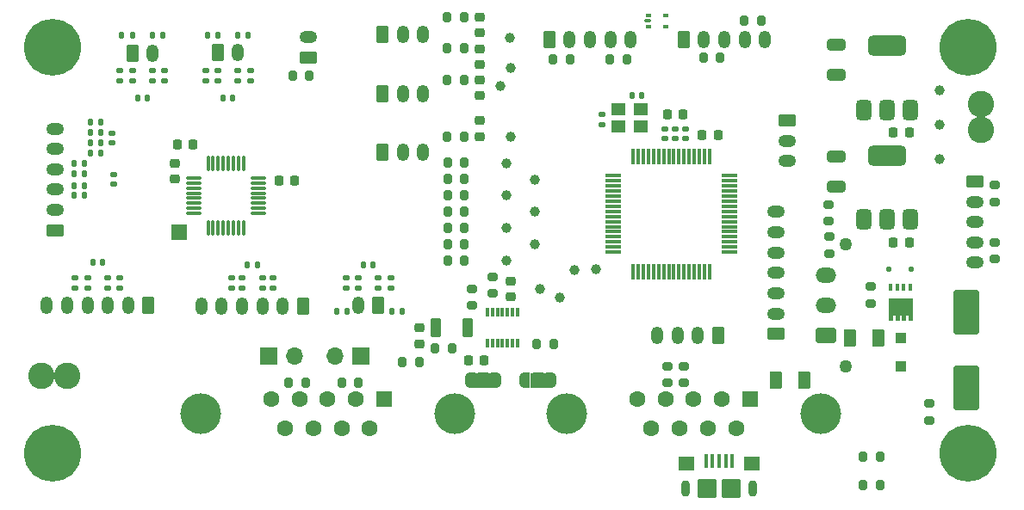
<source format=gbr>
%TF.GenerationSoftware,KiCad,Pcbnew,9.0.0*%
%TF.CreationDate,2025-05-15T12:14:54+12:00*%
%TF.ProjectId,ADC_Board,4144435f-426f-4617-9264-2e6b69636164,A*%
%TF.SameCoordinates,Original*%
%TF.FileFunction,Soldermask,Top*%
%TF.FilePolarity,Negative*%
%FSLAX46Y46*%
G04 Gerber Fmt 4.6, Leading zero omitted, Abs format (unit mm)*
G04 Created by KiCad (PCBNEW 9.0.0) date 2025-05-15 12:14:54*
%MOMM*%
%LPD*%
G01*
G04 APERTURE LIST*
G04 Aperture macros list*
%AMRoundRect*
0 Rectangle with rounded corners*
0 $1 Rounding radius*
0 $2 $3 $4 $5 $6 $7 $8 $9 X,Y pos of 4 corners*
0 Add a 4 corners polygon primitive as box body*
4,1,4,$2,$3,$4,$5,$6,$7,$8,$9,$2,$3,0*
0 Add four circle primitives for the rounded corners*
1,1,$1+$1,$2,$3*
1,1,$1+$1,$4,$5*
1,1,$1+$1,$6,$7*
1,1,$1+$1,$8,$9*
0 Add four rect primitives between the rounded corners*
20,1,$1+$1,$2,$3,$4,$5,0*
20,1,$1+$1,$4,$5,$6,$7,0*
20,1,$1+$1,$6,$7,$8,$9,0*
20,1,$1+$1,$8,$9,$2,$3,0*%
%AMFreePoly0*
4,1,23,0.550000,-0.750000,0.000000,-0.750000,0.000000,-0.745722,-0.065263,-0.745722,-0.191342,-0.711940,-0.304381,-0.646677,-0.396677,-0.554381,-0.461940,-0.441342,-0.495722,-0.315263,-0.495722,-0.250000,-0.500000,-0.250000,-0.500000,0.250000,-0.495722,0.250000,-0.495722,0.315263,-0.461940,0.441342,-0.396677,0.554381,-0.304381,0.646677,-0.191342,0.711940,-0.065263,0.745722,0.000000,0.745722,
0.000000,0.750000,0.550000,0.750000,0.550000,-0.750000,0.550000,-0.750000,$1*%
%AMFreePoly1*
4,1,23,0.000000,0.745722,0.065263,0.745722,0.191342,0.711940,0.304381,0.646677,0.396677,0.554381,0.461940,0.441342,0.495722,0.315263,0.495722,0.250000,0.500000,0.250000,0.500000,-0.250000,0.495722,-0.250000,0.495722,-0.315263,0.461940,-0.441342,0.396677,-0.554381,0.304381,-0.646677,0.191342,-0.711940,0.065263,-0.745722,0.000000,-0.745722,0.000000,-0.750000,-0.550000,-0.750000,
-0.550000,0.750000,0.000000,0.750000,0.000000,0.745722,0.000000,0.745722,$1*%
%AMFreePoly2*
4,1,17,1.395000,0.765000,0.855000,0.765000,0.855000,0.535000,1.395000,0.535000,1.395000,0.115000,0.855000,0.115000,0.855000,-0.115000,1.395000,-0.115000,1.395000,-0.535000,0.855000,-0.535000,0.855000,-0.765000,1.395000,-0.765000,1.395000,-1.185000,-0.855000,-1.185000,-0.855000,1.185000,1.395000,1.185000,1.395000,0.765000,1.395000,0.765000,$1*%
G04 Aperture macros list end*
%ADD10RoundRect,0.140000X0.170000X-0.140000X0.170000X0.140000X-0.170000X0.140000X-0.170000X-0.140000X0*%
%ADD11RoundRect,0.250000X0.275000X0.700000X-0.275000X0.700000X-0.275000X-0.700000X0.275000X-0.700000X0*%
%ADD12RoundRect,0.225000X-0.250000X0.225000X-0.250000X-0.225000X0.250000X-0.225000X0.250000X0.225000X0*%
%ADD13RoundRect,0.250000X-0.625000X0.350000X-0.625000X-0.350000X0.625000X-0.350000X0.625000X0.350000X0*%
%ADD14O,1.750000X1.200000*%
%ADD15C,1.000000*%
%ADD16RoundRect,0.140000X-0.170000X0.140000X-0.170000X-0.140000X0.170000X-0.140000X0.170000X0.140000X0*%
%ADD17C,3.600000*%
%ADD18C,5.600000*%
%ADD19RoundRect,0.135000X-0.185000X0.135000X-0.185000X-0.135000X0.185000X-0.135000X0.185000X0.135000X0*%
%ADD20RoundRect,0.135000X0.135000X0.185000X-0.135000X0.185000X-0.135000X-0.185000X0.135000X-0.185000X0*%
%ADD21RoundRect,0.135000X-0.135000X-0.185000X0.135000X-0.185000X0.135000X0.185000X-0.135000X0.185000X0*%
%ADD22R,1.700000X1.700000*%
%ADD23O,1.700000X1.700000*%
%ADD24RoundRect,0.200000X-0.200000X-0.275000X0.200000X-0.275000X0.200000X0.275000X-0.200000X0.275000X0*%
%ADD25RoundRect,0.200000X-0.275000X0.200000X-0.275000X-0.200000X0.275000X-0.200000X0.275000X0.200000X0*%
%ADD26RoundRect,0.140000X0.140000X0.170000X-0.140000X0.170000X-0.140000X-0.170000X0.140000X-0.170000X0*%
%ADD27RoundRect,0.200000X0.275000X-0.200000X0.275000X0.200000X-0.275000X0.200000X-0.275000X-0.200000X0*%
%ADD28FreePoly0,0.000000*%
%ADD29R,1.000000X1.500000*%
%ADD30FreePoly1,0.000000*%
%ADD31RoundRect,0.200000X0.200000X0.275000X-0.200000X0.275000X-0.200000X-0.275000X0.200000X-0.275000X0*%
%ADD32C,2.600000*%
%ADD33RoundRect,0.125000X0.125000X0.125000X-0.125000X0.125000X-0.125000X-0.125000X0.125000X-0.125000X0*%
%ADD34RoundRect,0.225000X-0.225000X-0.250000X0.225000X-0.250000X0.225000X0.250000X-0.225000X0.250000X0*%
%ADD35RoundRect,0.135000X0.185000X-0.135000X0.185000X0.135000X-0.185000X0.135000X-0.185000X-0.135000X0*%
%ADD36RoundRect,0.250000X0.625000X-0.350000X0.625000X0.350000X-0.625000X0.350000X-0.625000X-0.350000X0*%
%ADD37RoundRect,0.225000X0.250000X-0.225000X0.250000X0.225000X-0.250000X0.225000X-0.250000X-0.225000X0*%
%ADD38RoundRect,0.225000X0.225000X0.250000X-0.225000X0.250000X-0.225000X-0.250000X0.225000X-0.250000X0*%
%ADD39R,1.500000X1.500000*%
%ADD40RoundRect,0.095000X-0.155000X-0.095000X0.155000X-0.095000X0.155000X0.095000X-0.155000X0.095000X0*%
%ADD41RoundRect,0.075000X-0.250000X-0.075000X0.250000X-0.075000X0.250000X0.075000X-0.250000X0.075000X0*%
%ADD42FreePoly0,180.000000*%
%ADD43FreePoly1,180.000000*%
%ADD44R,0.304800X0.972299*%
%ADD45RoundRect,0.140000X-0.140000X-0.170000X0.140000X-0.170000X0.140000X0.170000X-0.140000X0.170000X0*%
%ADD46RoundRect,0.250000X-0.650000X0.325000X-0.650000X-0.325000X0.650000X-0.325000X0.650000X0.325000X0*%
%ADD47RoundRect,0.375000X0.375000X-0.625000X0.375000X0.625000X-0.375000X0.625000X-0.375000X-0.625000X0*%
%ADD48RoundRect,0.500000X1.400000X-0.500000X1.400000X0.500000X-1.400000X0.500000X-1.400000X-0.500000X0*%
%ADD49RoundRect,0.075000X0.075000X-0.675000X0.075000X0.675000X-0.075000X0.675000X-0.075000X-0.675000X0*%
%ADD50RoundRect,0.075000X0.675000X-0.075000X0.675000X0.075000X-0.675000X0.075000X-0.675000X-0.075000X0*%
%ADD51RoundRect,0.250000X0.350000X0.625000X-0.350000X0.625000X-0.350000X-0.625000X0.350000X-0.625000X0*%
%ADD52O,1.200000X1.750000*%
%ADD53RoundRect,0.250000X-1.000000X1.950000X-1.000000X-1.950000X1.000000X-1.950000X1.000000X1.950000X0*%
%ADD54RoundRect,0.250000X0.375000X0.625000X-0.375000X0.625000X-0.375000X-0.625000X0.375000X-0.625000X0*%
%ADD55RoundRect,0.075000X-0.075000X0.700000X-0.075000X-0.700000X0.075000X-0.700000X0.075000X0.700000X0*%
%ADD56RoundRect,0.075000X-0.700000X0.075000X-0.700000X-0.075000X0.700000X-0.075000X0.700000X0.075000X0*%
%ADD57RoundRect,0.105000X-0.105000X0.245000X-0.105000X-0.245000X0.105000X-0.245000X0.105000X0.245000X0*%
%ADD58FreePoly2,270.000000*%
%ADD59RoundRect,0.250000X-0.375000X-0.625000X0.375000X-0.625000X0.375000X0.625000X-0.375000X0.625000X0*%
%ADD60R,1.400000X1.200000*%
%ADD61RoundRect,0.250000X0.300000X-0.300000X0.300000X0.300000X-0.300000X0.300000X-0.300000X-0.300000X0*%
%ADD62RoundRect,0.100000X-0.100000X-0.575000X0.100000X-0.575000X0.100000X0.575000X-0.100000X0.575000X0*%
%ADD63O,0.900000X1.600000*%
%ADD64RoundRect,0.250000X-0.550000X-0.450000X0.550000X-0.450000X0.550000X0.450000X-0.550000X0.450000X0*%
%ADD65RoundRect,0.250000X-0.700000X-0.700000X0.700000X-0.700000X0.700000X0.700000X-0.700000X0.700000X0*%
%ADD66RoundRect,0.250000X-0.350000X-0.625000X0.350000X-0.625000X0.350000X0.625000X-0.350000X0.625000X0*%
%ADD67C,1.270000*%
%ADD68RoundRect,0.250001X0.759999X-0.499999X0.759999X0.499999X-0.759999X0.499999X-0.759999X-0.499999X0*%
%ADD69O,2.020000X1.500000*%
%ADD70C,4.000000*%
%ADD71R,1.600000X1.600000*%
%ADD72C,1.600000*%
G04 APERTURE END LIST*
%TO.C,JP2*%
G36*
X136550000Y-107050000D02*
G01*
X138050000Y-107050000D01*
X138050000Y-108550000D01*
X136550000Y-108550000D01*
X136550000Y-107050000D01*
G37*
%TO.C,JP1*%
G36*
X143450000Y-108550000D02*
G01*
X141950000Y-108550000D01*
X141950000Y-107050000D01*
X143450000Y-107050000D01*
X143450000Y-108550000D01*
G37*
%TD*%
D10*
%TO.C,C1*%
X155200000Y-84000000D03*
X155200000Y-83040000D03*
%TD*%
D11*
%TO.C,FB1*%
X135775000Y-102600000D03*
X132625000Y-102600000D03*
%TD*%
D12*
%TO.C,C43*%
X137000000Y-72025000D03*
X137000000Y-73575000D03*
%TD*%
D13*
%TO.C,J2*%
X167150000Y-82200000D03*
D14*
X167150000Y-84200000D03*
X167150000Y-86200000D03*
%TD*%
D15*
%TO.C,TP10*%
X139600000Y-89600000D03*
%TD*%
D12*
%TO.C,C32*%
X137000000Y-78225000D03*
X137000000Y-79775000D03*
%TD*%
D16*
%TO.C,C33*%
X128200000Y-97720000D03*
X128200000Y-98680000D03*
%TD*%
D10*
%TO.C,C37*%
X101600000Y-78280000D03*
X101600000Y-77320000D03*
%TD*%
D17*
%TO.C,H4*%
X185000000Y-115000000D03*
D18*
X185000000Y-115000000D03*
%TD*%
D10*
%TO.C,C35*%
X123800000Y-98680000D03*
X123800000Y-97720000D03*
%TD*%
D19*
%TO.C,R38*%
X125000000Y-97690000D03*
X125000000Y-98710000D03*
%TD*%
D20*
%TO.C,R39*%
X123910000Y-101000000D03*
X122890000Y-101000000D03*
%TD*%
D10*
%TO.C,C31*%
X97200000Y-98680000D03*
X97200000Y-97720000D03*
%TD*%
D21*
%TO.C,R41*%
X101780000Y-73800000D03*
X102800000Y-73800000D03*
%TD*%
D22*
%TO.C,J8*%
X125275000Y-105400000D03*
D23*
X122735000Y-105400000D03*
%TD*%
D24*
%TO.C,R35*%
X133775000Y-78200000D03*
X135425000Y-78200000D03*
%TD*%
D12*
%TO.C,C28*%
X137000000Y-75150000D03*
X137000000Y-76700000D03*
%TD*%
D16*
%TO.C,C25*%
X116600000Y-97720000D03*
X116600000Y-98680000D03*
%TD*%
D25*
%TO.C,R13*%
X181200000Y-110075000D03*
X181200000Y-111725000D03*
%TD*%
D26*
%TO.C,C30*%
X99880000Y-96200000D03*
X98920000Y-96200000D03*
%TD*%
%TO.C,C6*%
X152880000Y-79700000D03*
X151920000Y-79700000D03*
%TD*%
D27*
%TO.C,R12*%
X171300000Y-95312500D03*
X171300000Y-93662500D03*
%TD*%
D15*
%TO.C,TP16*%
X182200000Y-86000000D03*
%TD*%
D24*
%TO.C,R29*%
X133775000Y-75100000D03*
X135425000Y-75100000D03*
%TD*%
D12*
%TO.C,C15*%
X131000000Y-102625000D03*
X131000000Y-104175000D03*
%TD*%
D24*
%TO.C,R40*%
X133775000Y-83800000D03*
X135425000Y-83800000D03*
%TD*%
D15*
%TO.C,TP2*%
X142400000Y-94400000D03*
%TD*%
%TO.C,TP18*%
X182200000Y-79200000D03*
%TD*%
D28*
%TO.C,JP2*%
X136000000Y-107800000D03*
D29*
X137300000Y-107800000D03*
D30*
X138600000Y-107800000D03*
%TD*%
D20*
%TO.C,R19*%
X99710000Y-84400000D03*
X98690000Y-84400000D03*
%TD*%
D31*
%TO.C,R32*%
X135454319Y-86380518D03*
X133804319Y-86380518D03*
%TD*%
D27*
%TO.C,R17*%
X171275000Y-92112500D03*
X171275000Y-90462500D03*
%TD*%
D19*
%TO.C,R34*%
X98400000Y-97690000D03*
X98400000Y-98710000D03*
%TD*%
D10*
%TO.C,C2*%
X156200000Y-84000000D03*
X156200000Y-83040000D03*
%TD*%
D31*
%TO.C,R26*%
X135454319Y-89580518D03*
X133804319Y-89580518D03*
%TD*%
D20*
%TO.C,R21*%
X98110000Y-88600000D03*
X97090000Y-88600000D03*
%TD*%
D32*
%TO.C,TP19*%
X93830000Y-107300000D03*
X96370000Y-107300000D03*
%TD*%
D22*
%TO.C,J9*%
X116200000Y-105400000D03*
D23*
X118740000Y-105400000D03*
%TD*%
D31*
%TO.C,R52*%
X164625000Y-72400000D03*
X162975000Y-72400000D03*
%TD*%
D33*
%TO.C,D3*%
X179400000Y-96800000D03*
X177200000Y-96800000D03*
%TD*%
D15*
%TO.C,TP8*%
X139600000Y-86400000D03*
%TD*%
D26*
%TO.C,C18*%
X99680000Y-85400000D03*
X98720000Y-85400000D03*
%TD*%
D10*
%TO.C,C20*%
X100800000Y-84380000D03*
X100800000Y-83420000D03*
%TD*%
D16*
%TO.C,C42*%
X114400000Y-77300000D03*
X114400000Y-78260000D03*
%TD*%
D20*
%TO.C,R23*%
X98110000Y-87400000D03*
X97090000Y-87400000D03*
%TD*%
D34*
%TO.C,C4*%
X158825000Y-83600000D03*
X160375000Y-83600000D03*
%TD*%
D31*
%TO.C,R22*%
X135454319Y-95980518D03*
X133804319Y-95980518D03*
%TD*%
%TO.C,R33*%
X135454319Y-92780518D03*
X133804319Y-92780518D03*
%TD*%
D15*
%TO.C,TP1*%
X139600000Y-92800000D03*
%TD*%
D35*
%TO.C,R42*%
X102800000Y-78310000D03*
X102800000Y-77290000D03*
%TD*%
D32*
%TO.C,TP20*%
X186200000Y-83140000D03*
X186200000Y-80600000D03*
%TD*%
D15*
%TO.C,TP17*%
X182200000Y-82600000D03*
%TD*%
D25*
%TO.C,R5*%
X157000000Y-106375000D03*
X157000000Y-108025000D03*
%TD*%
D15*
%TO.C,TP15*%
X148400000Y-96800000D03*
%TD*%
%TO.C,TP5*%
X140000000Y-77000000D03*
%TD*%
D25*
%TO.C,R10*%
X136200000Y-98775000D03*
X136200000Y-100425000D03*
%TD*%
D19*
%TO.C,R37*%
X127000000Y-97690000D03*
X127000000Y-98710000D03*
%TD*%
D15*
%TO.C,TP4*%
X139900000Y-74100000D03*
%TD*%
D34*
%TO.C,C3*%
X155425000Y-81600000D03*
X156975000Y-81600000D03*
%TD*%
D36*
%TO.C,J3*%
X166050000Y-103200000D03*
D14*
X166050000Y-101200000D03*
X166050000Y-99200000D03*
X166050000Y-97200000D03*
X166050000Y-95200000D03*
X166050000Y-93200000D03*
X166050000Y-91200000D03*
%TD*%
D16*
%TO.C,C39*%
X106000000Y-77320000D03*
X106000000Y-78280000D03*
%TD*%
D15*
%TO.C,TP11*%
X142400000Y-91200000D03*
%TD*%
D10*
%TO.C,C7*%
X149000000Y-82580000D03*
X149000000Y-81620000D03*
%TD*%
D37*
%TO.C,C9*%
X140000000Y-99575000D03*
X140000000Y-98025000D03*
%TD*%
D38*
%TO.C,C13*%
X179175000Y-94200000D03*
X177625000Y-94200000D03*
%TD*%
D39*
%TO.C,TP29*%
X107400000Y-93200000D03*
%TD*%
D31*
%TO.C,R11*%
X134225000Y-104600000D03*
X132575000Y-104600000D03*
%TD*%
D40*
%TO.C,D2*%
X153550000Y-71860000D03*
D41*
X153470000Y-72400000D03*
D40*
X153550000Y-72940000D03*
X155250000Y-72940000D03*
X155250000Y-71860000D03*
%TD*%
D17*
%TO.C,H3*%
X95000000Y-115000000D03*
D18*
X95000000Y-115000000D03*
%TD*%
D10*
%TO.C,C5*%
X157200000Y-84000000D03*
X157200000Y-83040000D03*
%TD*%
D20*
%TO.C,R36*%
X129310000Y-101000000D03*
X128290000Y-101000000D03*
%TD*%
D42*
%TO.C,JP1*%
X144000000Y-107800000D03*
D29*
X142700000Y-107800000D03*
D43*
X141400000Y-107800000D03*
%TD*%
D38*
%TO.C,C11*%
X179175000Y-83400000D03*
X177625000Y-83400000D03*
%TD*%
D21*
%TO.C,R44*%
X104800000Y-73800000D03*
X105820000Y-73800000D03*
%TD*%
D44*
%TO.C,U2*%
X140700378Y-101059749D03*
X140200252Y-101059749D03*
X139700126Y-101059749D03*
X139200000Y-101059749D03*
X138699874Y-101059749D03*
X138199748Y-101059749D03*
X137699622Y-101059749D03*
X137699622Y-104140251D03*
X138199748Y-104140251D03*
X138699874Y-104140251D03*
X139200000Y-104140251D03*
X139700126Y-104140251D03*
X140200252Y-104140251D03*
X140700378Y-104140251D03*
%TD*%
D45*
%TO.C,C24*%
X97120000Y-86400000D03*
X98080000Y-86400000D03*
%TD*%
D46*
%TO.C,C12*%
X172000000Y-85725000D03*
X172000000Y-88675000D03*
%TD*%
D26*
%TO.C,C34*%
X126480000Y-96400000D03*
X125520000Y-96400000D03*
%TD*%
D15*
%TO.C,TP14*%
X142900000Y-98800000D03*
%TD*%
D26*
%TO.C,C22*%
X98080000Y-89600000D03*
X97120000Y-89600000D03*
%TD*%
D45*
%TO.C,C21*%
X98720000Y-82400000D03*
X99680000Y-82400000D03*
%TD*%
D47*
%TO.C,U3*%
X174700000Y-81150000D03*
X177000000Y-81150000D03*
D48*
X177000000Y-74850000D03*
D47*
X179300000Y-81150000D03*
%TD*%
D25*
%TO.C,R9*%
X138200000Y-97575000D03*
X138200000Y-99225000D03*
%TD*%
D19*
%TO.C,R31*%
X100400000Y-97690000D03*
X100400000Y-98710000D03*
%TD*%
D35*
%TO.C,R43*%
X104800000Y-78310000D03*
X104800000Y-77290000D03*
%TD*%
D15*
%TO.C,TP6*%
X139000000Y-78800000D03*
%TD*%
D31*
%TO.C,R30*%
X135454319Y-91180518D03*
X133804319Y-91180518D03*
%TD*%
D15*
%TO.C,TP12*%
X146300000Y-96900000D03*
%TD*%
D49*
%TO.C,U5*%
X110250000Y-92775000D03*
X110750000Y-92775000D03*
X111250000Y-92775000D03*
X111750000Y-92775000D03*
X112250000Y-92775000D03*
X112750000Y-92775000D03*
X113250000Y-92775000D03*
X113750000Y-92775000D03*
D50*
X115175000Y-91350000D03*
X115175000Y-90850000D03*
X115175000Y-90350000D03*
X115175000Y-89850000D03*
X115175000Y-89350000D03*
X115175000Y-88850000D03*
X115175000Y-88350000D03*
X115175000Y-87850000D03*
D49*
X113750000Y-86425000D03*
X113250000Y-86425000D03*
X112750000Y-86425000D03*
X112250000Y-86425000D03*
X111750000Y-86425000D03*
X111250000Y-86425000D03*
X110750000Y-86425000D03*
X110250000Y-86425000D03*
D50*
X108825000Y-87850000D03*
X108825000Y-88350000D03*
X108825000Y-88850000D03*
X108825000Y-89350000D03*
X108825000Y-89850000D03*
X108825000Y-90350000D03*
X108825000Y-90850000D03*
X108825000Y-91350000D03*
%TD*%
D24*
%TO.C,R8*%
X118200000Y-108000000D03*
X119850000Y-108000000D03*
%TD*%
D45*
%TO.C,C41*%
X111720000Y-79980000D03*
X112680000Y-79980000D03*
%TD*%
D31*
%TO.C,R27*%
X135454319Y-87980518D03*
X133804319Y-87980518D03*
%TD*%
D24*
%TO.C,R7*%
X142575000Y-104200000D03*
X144225000Y-104200000D03*
%TD*%
D46*
%TO.C,C10*%
X172000000Y-74725000D03*
X172000000Y-77675000D03*
%TD*%
D31*
%TO.C,R55*%
X160625000Y-76000000D03*
X158975000Y-76000000D03*
%TD*%
%TO.C,R18*%
X131025000Y-106000000D03*
X129375000Y-106000000D03*
%TD*%
D19*
%TO.C,R28*%
X113600000Y-97690000D03*
X113600000Y-98710000D03*
%TD*%
D25*
%TO.C,R16*%
X175400000Y-98575000D03*
X175400000Y-100225000D03*
%TD*%
D19*
%TO.C,R25*%
X115600000Y-97690000D03*
X115600000Y-98710000D03*
%TD*%
D24*
%TO.C,R46*%
X118575000Y-77800000D03*
X120225000Y-77800000D03*
%TD*%
D51*
%TO.C,J1*%
X160400000Y-103400000D03*
D52*
X158400000Y-103400000D03*
X156400000Y-103400000D03*
X154400000Y-103400000D03*
%TD*%
D26*
%TO.C,C26*%
X115080000Y-96400000D03*
X114120000Y-96400000D03*
%TD*%
D35*
%TO.C,R47*%
X111200000Y-78290000D03*
X111200000Y-77270000D03*
%TD*%
D53*
%TO.C,C14*%
X184800000Y-101100000D03*
X184800000Y-108500000D03*
%TD*%
D54*
%TO.C,F1*%
X168900000Y-107800000D03*
X166100000Y-107800000D03*
%TD*%
D24*
%TO.C,R14*%
X174675000Y-115300000D03*
X176325000Y-115300000D03*
%TD*%
D21*
%TO.C,R45*%
X110180000Y-73780000D03*
X111200000Y-73780000D03*
%TD*%
D31*
%TO.C,R24*%
X135454319Y-94380518D03*
X133804319Y-94380518D03*
%TD*%
D10*
%TO.C,C27*%
X112600000Y-98680000D03*
X112600000Y-97720000D03*
%TD*%
D55*
%TO.C,U1*%
X159550000Y-85725000D03*
X159050000Y-85725000D03*
X158550000Y-85725000D03*
X158050000Y-85725000D03*
X157550000Y-85725000D03*
X157050000Y-85725000D03*
X156550000Y-85725000D03*
X156050000Y-85725000D03*
X155550000Y-85725000D03*
X155050000Y-85725000D03*
X154550000Y-85725000D03*
X154050000Y-85725000D03*
X153550000Y-85725000D03*
X153050000Y-85725000D03*
X152550000Y-85725000D03*
X152050000Y-85725000D03*
D56*
X150125000Y-87650000D03*
X150125000Y-88150000D03*
X150125000Y-88650000D03*
X150125000Y-89150000D03*
X150125000Y-89650000D03*
X150125000Y-90150000D03*
X150125000Y-90650000D03*
X150125000Y-91150000D03*
X150125000Y-91650000D03*
X150125000Y-92150000D03*
X150125000Y-92650000D03*
X150125000Y-93150000D03*
X150125000Y-93650000D03*
X150125000Y-94150000D03*
X150125000Y-94650000D03*
X150125000Y-95150000D03*
D55*
X152050000Y-97075000D03*
X152550000Y-97075000D03*
X153050000Y-97075000D03*
X153550000Y-97075000D03*
X154050000Y-97075000D03*
X154550000Y-97075000D03*
X155050000Y-97075000D03*
X155550000Y-97075000D03*
X156050000Y-97075000D03*
X156550000Y-97075000D03*
X157050000Y-97075000D03*
X157550000Y-97075000D03*
X158050000Y-97075000D03*
X158550000Y-97075000D03*
X159050000Y-97075000D03*
X159550000Y-97075000D03*
D56*
X161475000Y-95150000D03*
X161475000Y-94650000D03*
X161475000Y-94150000D03*
X161475000Y-93650000D03*
X161475000Y-93150000D03*
X161475000Y-92650000D03*
X161475000Y-92150000D03*
X161475000Y-91650000D03*
X161475000Y-91150000D03*
X161475000Y-90650000D03*
X161475000Y-90150000D03*
X161475000Y-89650000D03*
X161475000Y-89150000D03*
X161475000Y-88650000D03*
X161475000Y-88150000D03*
X161475000Y-87650000D03*
%TD*%
D15*
%TO.C,TP7*%
X140000000Y-83800000D03*
%TD*%
D35*
%TO.C,R49*%
X113200000Y-78290000D03*
X113200000Y-77270000D03*
%TD*%
D31*
%TO.C,R53*%
X151425000Y-76200000D03*
X149775000Y-76200000D03*
%TD*%
%TO.C,R48*%
X135425000Y-72000000D03*
X133775000Y-72000000D03*
%TD*%
D15*
%TO.C,TP13*%
X144800000Y-99600000D03*
%TD*%
D17*
%TO.C,H1*%
X95000000Y-75000000D03*
D18*
X95000000Y-75000000D03*
%TD*%
D16*
%TO.C,C29*%
X101600000Y-97720000D03*
X101600000Y-98680000D03*
%TD*%
D47*
%TO.C,U4*%
X174700000Y-91950000D03*
X177000000Y-91950000D03*
D48*
X177000000Y-85650000D03*
D47*
X179300000Y-91950000D03*
%TD*%
D20*
%TO.C,R20*%
X99710000Y-83400000D03*
X98690000Y-83400000D03*
%TD*%
D24*
%TO.C,R15*%
X174675000Y-118100000D03*
X176325000Y-118100000D03*
%TD*%
D37*
%TO.C,C36*%
X137000000Y-83775000D03*
X137000000Y-82225000D03*
%TD*%
D10*
%TO.C,C23*%
X101000000Y-88480000D03*
X101000000Y-87520000D03*
%TD*%
D38*
%TO.C,C19*%
X108775000Y-84600000D03*
X107225000Y-84600000D03*
%TD*%
D57*
%TO.C,Q1*%
X179300000Y-98600000D03*
X178650000Y-98600000D03*
X178000000Y-98600000D03*
X177350000Y-98600000D03*
D58*
X178325000Y-100555000D03*
%TD*%
D59*
%TO.C,F2*%
X173400000Y-103600000D03*
X176200000Y-103600000D03*
%TD*%
D38*
%TO.C,C8*%
X137375000Y-105800000D03*
X135825000Y-105800000D03*
%TD*%
D60*
%TO.C,Y1*%
X152800000Y-81100000D03*
X150600000Y-81100000D03*
X150600000Y-82800000D03*
X152800000Y-82800000D03*
%TD*%
D61*
%TO.C,D4*%
X178400000Y-106400000D03*
X178400000Y-103600000D03*
%TD*%
D45*
%TO.C,C38*%
X103320000Y-80000000D03*
X104280000Y-80000000D03*
%TD*%
D24*
%TO.C,R56*%
X144200000Y-76200000D03*
X145850000Y-76200000D03*
%TD*%
D31*
%TO.C,R6*%
X125025000Y-108000000D03*
X123375000Y-108000000D03*
%TD*%
D17*
%TO.C,H2*%
X185000000Y-75000000D03*
D18*
X185000000Y-75000000D03*
%TD*%
D25*
%TO.C,R4*%
X155400000Y-106375000D03*
X155400000Y-108025000D03*
%TD*%
D21*
%TO.C,R50*%
X113200000Y-73780000D03*
X114220000Y-73780000D03*
%TD*%
D27*
%TO.C,R51*%
X187600000Y-95825000D03*
X187600000Y-94175000D03*
%TD*%
D34*
%TO.C,C16*%
X117225000Y-88100000D03*
X118775000Y-88100000D03*
%TD*%
D62*
%TO.C,J4*%
X159200000Y-115725000D03*
X159850000Y-115725000D03*
X160500000Y-115725000D03*
X161150000Y-115725000D03*
X161800000Y-115725000D03*
D63*
X157200000Y-118400000D03*
D64*
X157300000Y-115950000D03*
D65*
X159300000Y-118400000D03*
X161700000Y-118400000D03*
D64*
X163700000Y-115950000D03*
D63*
X163800000Y-118400000D03*
%TD*%
D25*
%TO.C,R54*%
X187600000Y-88575000D03*
X187600000Y-90225000D03*
%TD*%
D37*
%TO.C,C17*%
X107000000Y-87975000D03*
X107000000Y-86425000D03*
%TD*%
D15*
%TO.C,TP3*%
X139600000Y-96000000D03*
%TD*%
%TO.C,TP9*%
X142400000Y-88000000D03*
%TD*%
D10*
%TO.C,C40*%
X110000000Y-78260000D03*
X110000000Y-77300000D03*
%TD*%
D66*
%TO.C,J15*%
X127400000Y-73750000D03*
D52*
X129400000Y-73750000D03*
X131400000Y-73750000D03*
%TD*%
D51*
%TO.C,J14*%
X119600000Y-100450000D03*
D52*
X117600000Y-100450000D03*
X115600000Y-100450000D03*
X113600000Y-100450000D03*
X111600000Y-100450000D03*
X109600000Y-100450000D03*
%TD*%
D66*
%TO.C,J20*%
X102800000Y-75600000D03*
D52*
X104800000Y-75600000D03*
%TD*%
D66*
%TO.C,J7*%
X157000000Y-74200000D03*
D52*
X159000000Y-74200000D03*
X161000000Y-74200000D03*
X163000000Y-74200000D03*
X165000000Y-74200000D03*
%TD*%
D67*
%TO.C,J12*%
X172960000Y-106400000D03*
X172960000Y-94400000D03*
D68*
X171000000Y-103400000D03*
D69*
X171000000Y-100400000D03*
X171000000Y-97400000D03*
%TD*%
D70*
%TO.C,J11*%
X134500000Y-111080000D03*
X109500000Y-111080000D03*
D71*
X127540000Y-109660000D03*
D72*
X124770000Y-109660000D03*
X122000000Y-109660000D03*
X119230000Y-109660000D03*
X116460000Y-109660000D03*
X126155000Y-112500000D03*
X123385000Y-112500000D03*
X120615000Y-112500000D03*
X117845000Y-112500000D03*
%TD*%
D66*
%TO.C,J10*%
X143800000Y-74200000D03*
D52*
X145800000Y-74200000D03*
X147800000Y-74200000D03*
X149800000Y-74200000D03*
X151800000Y-74200000D03*
%TD*%
D66*
%TO.C,J17*%
X127400000Y-79550000D03*
D52*
X129400000Y-79550000D03*
X131400000Y-79550000D03*
%TD*%
D36*
%TO.C,J13*%
X95200000Y-93000000D03*
D14*
X95200000Y-91000000D03*
X95200000Y-89000000D03*
X95200000Y-87000000D03*
X95200000Y-85000000D03*
X95200000Y-83000000D03*
%TD*%
D13*
%TO.C,J5*%
X185650000Y-88200000D03*
D14*
X185650000Y-90200000D03*
X185650000Y-92200000D03*
X185650000Y-94200000D03*
X185650000Y-96200000D03*
%TD*%
D51*
%TO.C,J18*%
X127000000Y-100400000D03*
D52*
X125000000Y-100400000D03*
%TD*%
D36*
%TO.C,J22*%
X120150000Y-76000000D03*
D14*
X120150000Y-74000000D03*
%TD*%
D70*
%TO.C,J6*%
X170500000Y-111080000D03*
X145500000Y-111080000D03*
D71*
X163540000Y-109660000D03*
D72*
X160770000Y-109660000D03*
X158000000Y-109660000D03*
X155230000Y-109660000D03*
X152460000Y-109660000D03*
X162155000Y-112500000D03*
X159385000Y-112500000D03*
X156615000Y-112500000D03*
X153845000Y-112500000D03*
%TD*%
D66*
%TO.C,J19*%
X127400000Y-85350000D03*
D52*
X129400000Y-85350000D03*
X131400000Y-85350000D03*
%TD*%
D66*
%TO.C,J21*%
X111200000Y-75530000D03*
D52*
X113200000Y-75530000D03*
%TD*%
D51*
%TO.C,J16*%
X104400000Y-100400000D03*
D52*
X102400000Y-100400000D03*
X100400000Y-100400000D03*
X98400000Y-100400000D03*
X96400000Y-100400000D03*
X94400000Y-100400000D03*
%TD*%
M02*

</source>
